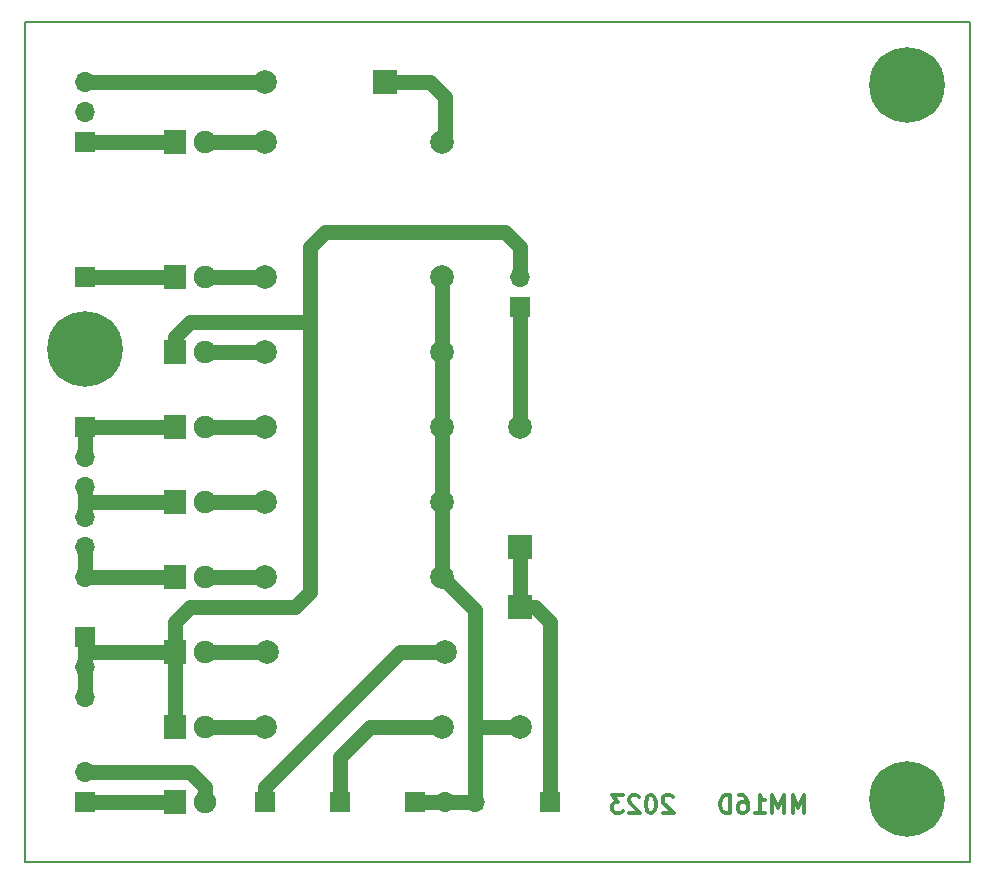
<source format=gbr>
%TF.GenerationSoftware,KiCad,Pcbnew,5.1.9+dfsg1-1+deb11u1*%
%TF.CreationDate,2023-10-22T15:59:23+02:00*%
%TF.ProjectId,display,64697370-6c61-4792-9e6b-696361645f70,231022*%
%TF.SameCoordinates,Original*%
%TF.FileFunction,Copper,L2,Bot*%
%TF.FilePolarity,Positive*%
%FSLAX46Y46*%
G04 Gerber Fmt 4.6, Leading zero omitted, Abs format (unit mm)*
G04 Created by KiCad (PCBNEW 5.1.9+dfsg1-1+deb11u1) date 2023-10-22 15:59:23*
%MOMM*%
%LPD*%
G01*
G04 APERTURE LIST*
%TA.AperFunction,NonConductor*%
%ADD10C,0.300000*%
%TD*%
%TA.AperFunction,Profile*%
%ADD11C,0.150000*%
%TD*%
%TA.AperFunction,ComponentPad*%
%ADD12C,6.400000*%
%TD*%
%TA.AperFunction,ComponentPad*%
%ADD13R,1.900000X2.000000*%
%TD*%
%TA.AperFunction,ComponentPad*%
%ADD14C,1.900000*%
%TD*%
%TA.AperFunction,ComponentPad*%
%ADD15C,1.998980*%
%TD*%
%TA.AperFunction,ComponentPad*%
%ADD16R,1.998980X1.998980*%
%TD*%
%TA.AperFunction,ComponentPad*%
%ADD17R,1.700000X1.700000*%
%TD*%
%TA.AperFunction,ComponentPad*%
%ADD18O,1.700000X1.700000*%
%TD*%
%TA.AperFunction,Conductor*%
%ADD19C,1.270000*%
%TD*%
G04 APERTURE END LIST*
D10*
X171175142Y-125138571D02*
X171175142Y-123638571D01*
X170675142Y-124710000D01*
X170175142Y-123638571D01*
X170175142Y-125138571D01*
X169460857Y-125138571D02*
X169460857Y-123638571D01*
X168960857Y-124710000D01*
X168460857Y-123638571D01*
X168460857Y-125138571D01*
X166960857Y-125138571D02*
X167818000Y-125138571D01*
X167389428Y-125138571D02*
X167389428Y-123638571D01*
X167532285Y-123852857D01*
X167675142Y-123995714D01*
X167818000Y-124067142D01*
X165675142Y-123638571D02*
X165960857Y-123638571D01*
X166103714Y-123710000D01*
X166175142Y-123781428D01*
X166318000Y-123995714D01*
X166389428Y-124281428D01*
X166389428Y-124852857D01*
X166318000Y-124995714D01*
X166246571Y-125067142D01*
X166103714Y-125138571D01*
X165818000Y-125138571D01*
X165675142Y-125067142D01*
X165603714Y-124995714D01*
X165532285Y-124852857D01*
X165532285Y-124495714D01*
X165603714Y-124352857D01*
X165675142Y-124281428D01*
X165818000Y-124210000D01*
X166103714Y-124210000D01*
X166246571Y-124281428D01*
X166318000Y-124352857D01*
X166389428Y-124495714D01*
X164889428Y-125138571D02*
X164889428Y-123638571D01*
X164532285Y-123638571D01*
X164318000Y-123710000D01*
X164175142Y-123852857D01*
X164103714Y-123995714D01*
X164032285Y-124281428D01*
X164032285Y-124495714D01*
X164103714Y-124781428D01*
X164175142Y-124924285D01*
X164318000Y-125067142D01*
X164532285Y-125138571D01*
X164889428Y-125138571D01*
X160032285Y-123781428D02*
X159960857Y-123710000D01*
X159818000Y-123638571D01*
X159460857Y-123638571D01*
X159318000Y-123710000D01*
X159246571Y-123781428D01*
X159175142Y-123924285D01*
X159175142Y-124067142D01*
X159246571Y-124281428D01*
X160103714Y-125138571D01*
X159175142Y-125138571D01*
X158246571Y-123638571D02*
X158103714Y-123638571D01*
X157960857Y-123710000D01*
X157889428Y-123781428D01*
X157818000Y-123924285D01*
X157746571Y-124210000D01*
X157746571Y-124567142D01*
X157818000Y-124852857D01*
X157889428Y-124995714D01*
X157960857Y-125067142D01*
X158103714Y-125138571D01*
X158246571Y-125138571D01*
X158389428Y-125067142D01*
X158460857Y-124995714D01*
X158532285Y-124852857D01*
X158603714Y-124567142D01*
X158603714Y-124210000D01*
X158532285Y-123924285D01*
X158460857Y-123781428D01*
X158389428Y-123710000D01*
X158246571Y-123638571D01*
X157175142Y-123781428D02*
X157103714Y-123710000D01*
X156960857Y-123638571D01*
X156603714Y-123638571D01*
X156460857Y-123710000D01*
X156389428Y-123781428D01*
X156318000Y-123924285D01*
X156318000Y-124067142D01*
X156389428Y-124281428D01*
X157246571Y-125138571D01*
X156318000Y-125138571D01*
X155818000Y-123638571D02*
X154889428Y-123638571D01*
X155389428Y-124210000D01*
X155175142Y-124210000D01*
X155032285Y-124281428D01*
X154960857Y-124352857D01*
X154889428Y-124495714D01*
X154889428Y-124852857D01*
X154960857Y-124995714D01*
X155032285Y-125067142D01*
X155175142Y-125138571D01*
X155603714Y-125138571D01*
X155746571Y-125067142D01*
X155818000Y-124995714D01*
D11*
X185166000Y-129286000D02*
X148336000Y-129286000D01*
X185166000Y-58166000D02*
X185166000Y-129286000D01*
X105156000Y-58166000D02*
X185166000Y-58166000D01*
X105156000Y-63246000D02*
X105156000Y-58166000D01*
X105156000Y-63246000D02*
X105156000Y-129286000D01*
X105156000Y-129286000D02*
X148336000Y-129286000D01*
X105156000Y-124206000D02*
X105156000Y-129286000D01*
D12*
%TO.P,REF\u002A\u002A,1*%
%TO.N,N/C*%
X179832000Y-63500000D03*
%TD*%
D13*
%TO.P,D201,1*%
%TO.N,Net-(D201-Pad1)*%
X117856000Y-68326000D03*
D14*
%TO.P,D201,2*%
%TO.N,Net-(D201-Pad2)*%
X120396000Y-68326000D03*
%TD*%
D13*
%TO.P,D202,1*%
%TO.N,Net-(D202-Pad1)*%
X117856000Y-79756000D03*
D14*
%TO.P,D202,2*%
%TO.N,Net-(D202-Pad2)*%
X120396000Y-79756000D03*
%TD*%
D13*
%TO.P,D203,1*%
%TO.N,Net-(BT201-Pad2)*%
X117856000Y-86106000D03*
D14*
%TO.P,D203,2*%
%TO.N,Net-(D203-Pad2)*%
X120396000Y-86106000D03*
%TD*%
D13*
%TO.P,D204,1*%
%TO.N,Net-(D204-Pad1)*%
X117856000Y-92456000D03*
D14*
%TO.P,D204,2*%
%TO.N,Net-(D204-Pad2)*%
X120396000Y-92456000D03*
%TD*%
D13*
%TO.P,D205,1*%
%TO.N,Net-(D205-Pad1)*%
X117856000Y-98806000D03*
D14*
%TO.P,D205,2*%
%TO.N,Net-(D205-Pad2)*%
X120396000Y-98806000D03*
%TD*%
D13*
%TO.P,D206,1*%
%TO.N,Net-(D206-Pad1)*%
X117856000Y-105156000D03*
D14*
%TO.P,D206,2*%
%TO.N,Net-(D206-Pad2)*%
X120396000Y-105156000D03*
%TD*%
D13*
%TO.P,D207,1*%
%TO.N,Net-(BT201-Pad2)*%
X117856000Y-111506000D03*
D14*
%TO.P,D207,2*%
%TO.N,Net-(D207-Pad2)*%
X120396000Y-111506000D03*
%TD*%
D13*
%TO.P,D208,1*%
%TO.N,Net-(BT201-Pad2)*%
X117856000Y-117856000D03*
D14*
%TO.P,D208,2*%
%TO.N,Net-(D208-Pad2)*%
X120396000Y-117856000D03*
%TD*%
D13*
%TO.P,D209,1*%
%TO.N,Net-(D209-Pad1)*%
X117856000Y-124206000D03*
D14*
%TO.P,D209,2*%
%TO.N,Net-(D209-Pad2)*%
X120396000Y-124206000D03*
%TD*%
D15*
%TO.P,D210,2*%
%TO.N,/+12V*%
X147068540Y-117856000D03*
D16*
%TO.P,D210,1*%
%TO.N,Net-(D210-Pad1)*%
X147068540Y-107696000D03*
%TD*%
D15*
%TO.P,D211,2*%
%TO.N,Net-(BT201-Pad1)*%
X147063460Y-92456000D03*
D16*
%TO.P,D211,1*%
%TO.N,Net-(D210-Pad1)*%
X147063460Y-102616000D03*
%TD*%
D15*
%TO.P,D212,2*%
%TO.N,Net-(D212-Pad2)*%
X125476000Y-63248540D03*
D16*
%TO.P,D212,1*%
%TO.N,Net-(D212-Pad1)*%
X135636000Y-63248540D03*
%TD*%
D15*
%TO.P,R201,1*%
%TO.N,Net-(D201-Pad2)*%
X125476000Y-68326000D03*
%TO.P,R201,2*%
%TO.N,Net-(D212-Pad1)*%
X140476000Y-68326000D03*
%TD*%
%TO.P,R202,1*%
%TO.N,Net-(D202-Pad2)*%
X125476000Y-79756000D03*
%TO.P,R202,2*%
%TO.N,/+12V*%
X140476000Y-79756000D03*
%TD*%
%TO.P,R203,1*%
%TO.N,Net-(D203-Pad2)*%
X125476000Y-86106000D03*
%TO.P,R203,2*%
%TO.N,/+12V*%
X140476000Y-86106000D03*
%TD*%
%TO.P,R204,1*%
%TO.N,Net-(D204-Pad2)*%
X125476000Y-92456000D03*
%TO.P,R204,2*%
%TO.N,/+12V*%
X140476000Y-92456000D03*
%TD*%
%TO.P,R205,1*%
%TO.N,Net-(D205-Pad2)*%
X125476000Y-98806000D03*
%TO.P,R205,2*%
%TO.N,/+12V*%
X140476000Y-98806000D03*
%TD*%
%TO.P,R206,1*%
%TO.N,Net-(D206-Pad2)*%
X125476000Y-105156000D03*
%TO.P,R206,2*%
%TO.N,/+12V*%
X140476000Y-105156000D03*
%TD*%
%TO.P,R207,1*%
%TO.N,Net-(P208-Pad1)*%
X140716000Y-111506000D03*
%TO.P,R207,2*%
%TO.N,Net-(D207-Pad2)*%
X125716000Y-111506000D03*
%TD*%
%TO.P,R208,1*%
%TO.N,Net-(D208-Pad2)*%
X125476000Y-117856000D03*
%TO.P,R208,2*%
%TO.N,Net-(P209-Pad1)*%
X140476000Y-117856000D03*
%TD*%
D12*
%TO.P,REF\u002A\u002A,1*%
%TO.N,N/C*%
X179832000Y-123952000D03*
%TD*%
%TO.P,REF\u002A\u002A,1*%
%TO.N,N/C*%
X110236000Y-85852000D03*
%TD*%
D17*
%TO.P,BT201,1*%
%TO.N,Net-(BT201-Pad1)*%
X147066000Y-82296000D03*
D18*
%TO.P,BT201,2*%
%TO.N,Net-(BT201-Pad2)*%
X147066000Y-79756000D03*
%TD*%
%TO.P,P201,2*%
%TO.N,Net-(D209-Pad2)*%
X110236000Y-121666000D03*
D17*
%TO.P,P201,1*%
%TO.N,Net-(D209-Pad1)*%
X110236000Y-124206000D03*
%TD*%
%TO.P,P202,1*%
%TO.N,Net-(D210-Pad1)*%
X149606000Y-124206000D03*
%TD*%
%TO.P,P203,1*%
%TO.N,Net-(D202-Pad1)*%
X110236000Y-79756000D03*
%TD*%
%TO.P,P204,1*%
%TO.N,Net-(D204-Pad1)*%
X110236000Y-92456000D03*
D18*
%TO.P,P204,2*%
X110236000Y-94996000D03*
%TO.P,P204,3*%
%TO.N,Net-(D205-Pad1)*%
X110236000Y-97536000D03*
%TO.P,P204,4*%
X110236000Y-100076000D03*
%TO.P,P204,5*%
%TO.N,Net-(D206-Pad1)*%
X110236000Y-102616000D03*
%TO.P,P204,6*%
X110236000Y-105156000D03*
%TD*%
D17*
%TO.P,P205,1*%
%TO.N,Net-(D201-Pad1)*%
X110236000Y-68326000D03*
D18*
%TO.P,P205,2*%
%TO.N,Net-(P205-Pad2)*%
X110236000Y-65786000D03*
%TO.P,P205,3*%
%TO.N,Net-(D212-Pad2)*%
X110236000Y-63246000D03*
%TD*%
%TO.P,P206,3*%
%TO.N,/+12V*%
X143256000Y-124206000D03*
%TO.P,P206,2*%
X140716000Y-124206000D03*
D17*
%TO.P,P206,1*%
X138176000Y-124206000D03*
%TD*%
%TO.P,P207,1*%
%TO.N,Net-(BT201-Pad2)*%
X110236000Y-110236000D03*
D18*
%TO.P,P207,2*%
X110236000Y-112776000D03*
%TO.P,P207,3*%
X110236000Y-115316000D03*
%TD*%
D17*
%TO.P,P208,1*%
%TO.N,Net-(P208-Pad1)*%
X125476000Y-124206000D03*
%TD*%
%TO.P,P209,1*%
%TO.N,Net-(P209-Pad1)*%
X131826000Y-124206000D03*
%TD*%
D19*
%TO.N,Net-(BT201-Pad1)*%
X147063460Y-92456000D02*
X147063460Y-82298540D01*
X147063460Y-82298540D02*
X147066000Y-82296000D01*
%TO.N,Net-(BT201-Pad2)*%
X126746000Y-83566000D02*
X129286000Y-83566000D01*
X129286000Y-86106000D02*
X129286000Y-83566000D01*
X129286000Y-83566000D02*
X129286000Y-77216000D01*
X129286000Y-77216000D02*
X130556000Y-75946000D01*
X130556000Y-75946000D02*
X145796000Y-75946000D01*
X145796000Y-75946000D02*
X147066000Y-77216000D01*
X147066000Y-77216000D02*
X147066000Y-79756000D01*
X117856000Y-111506000D02*
X110236000Y-111506000D01*
X110236000Y-115316000D02*
X110236000Y-111506000D01*
X110236000Y-111506000D02*
X110236000Y-110236000D01*
X117856000Y-86106000D02*
X117856000Y-84836000D01*
X117856000Y-108966000D02*
X117856000Y-117856000D01*
X119126000Y-107696000D02*
X117856000Y-108966000D01*
X128016000Y-107696000D02*
X119126000Y-107696000D01*
X129286000Y-106426000D02*
X128016000Y-107696000D01*
X129286000Y-86106000D02*
X129286000Y-106426000D01*
X119126000Y-83566000D02*
X126746000Y-83566000D01*
X117856000Y-84836000D02*
X119126000Y-83566000D01*
%TO.N,Net-(D201-Pad1)*%
X110236000Y-68326000D02*
X117856000Y-68326000D01*
%TO.N,Net-(D201-Pad2)*%
X120396000Y-68326000D02*
X125476000Y-68326000D01*
%TO.N,Net-(D202-Pad1)*%
X117856000Y-79756000D02*
X110236000Y-79756000D01*
%TO.N,Net-(D202-Pad2)*%
X120396000Y-79756000D02*
X125476000Y-79756000D01*
%TO.N,Net-(D203-Pad2)*%
X120396000Y-86106000D02*
X125476000Y-86106000D01*
%TO.N,Net-(D204-Pad1)*%
X110236000Y-94996000D02*
X110236000Y-92456000D01*
X110236000Y-92456000D02*
X117856000Y-92456000D01*
%TO.N,Net-(D204-Pad2)*%
X125476000Y-92456000D02*
X120396000Y-92456000D01*
%TO.N,Net-(D205-Pad1)*%
X117856000Y-98806000D02*
X110236000Y-98806000D01*
X110236000Y-100076000D02*
X110236000Y-98806000D01*
X110236000Y-98806000D02*
X110236000Y-97536000D01*
%TO.N,Net-(D205-Pad2)*%
X125476000Y-98806000D02*
X120396000Y-98806000D01*
%TO.N,Net-(D206-Pad1)*%
X117856000Y-105156000D02*
X110236000Y-105156000D01*
X110236000Y-105156000D02*
X110236000Y-102616000D01*
%TO.N,Net-(D206-Pad2)*%
X120396000Y-105156000D02*
X125476000Y-105156000D01*
%TO.N,Net-(D207-Pad2)*%
X125716000Y-111506000D02*
X120396000Y-111506000D01*
%TO.N,Net-(D208-Pad2)*%
X125476000Y-117856000D02*
X120396000Y-117856000D01*
%TO.N,Net-(D209-Pad1)*%
X110236000Y-124206000D02*
X117856000Y-124206000D01*
%TO.N,Net-(D209-Pad2)*%
X110236000Y-121666000D02*
X119126000Y-121666000D01*
X119126000Y-121666000D02*
X120396000Y-122936000D01*
X120396000Y-122936000D02*
X120396000Y-124206000D01*
%TO.N,/+12V*%
X147068540Y-117856000D02*
X143256000Y-117856000D01*
X143256000Y-124206000D02*
X143256000Y-117856000D01*
X143256000Y-117856000D02*
X143256000Y-107936000D01*
X143256000Y-107936000D02*
X140476000Y-105156000D01*
X138176000Y-124206000D02*
X143256000Y-124206000D01*
X140476000Y-79756000D02*
X140476000Y-102616000D01*
X140476000Y-102616000D02*
X140476000Y-105156000D01*
%TO.N,Net-(D210-Pad1)*%
X147068540Y-107696000D02*
X148336000Y-107696000D01*
X149606000Y-108966000D02*
X149606000Y-124206000D01*
X148336000Y-107696000D02*
X149606000Y-108966000D01*
X147068540Y-107696000D02*
X147068540Y-102621080D01*
X147068540Y-102621080D02*
X147063460Y-102616000D01*
%TO.N,Net-(D212-Pad2)*%
X110236000Y-63246000D02*
X125473460Y-63246000D01*
X125473460Y-63246000D02*
X125476000Y-63248540D01*
X125473460Y-63246000D02*
X125476000Y-63248540D01*
%TO.N,Net-(D212-Pad1)*%
X135636000Y-63248540D02*
X139443460Y-63248540D01*
X140710920Y-64516000D02*
X140710920Y-68091080D01*
X139443460Y-63248540D02*
X140710920Y-64516000D01*
X140710920Y-68091080D02*
X140476000Y-68326000D01*
%TO.N,Net-(P208-Pad1)*%
X125476000Y-124206000D02*
X125476000Y-122936000D01*
X136906000Y-111506000D02*
X140716000Y-111506000D01*
X125476000Y-122936000D02*
X136906000Y-111506000D01*
%TO.N,Net-(P209-Pad1)*%
X131826000Y-124206000D02*
X131826000Y-120396000D01*
X134366000Y-117856000D02*
X140476000Y-117856000D01*
X131826000Y-120396000D02*
X134366000Y-117856000D01*
%TD*%
M02*

</source>
